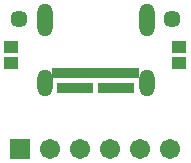
<source format=gbr>
%TF.GenerationSoftware,Altium Limited,Altium Designer,21.3.2 (30)*%
G04 Layer_Color=8388736*
%FSLAX44Y44*%
%MOMM*%
%TF.SameCoordinates,675AFF39-0D07-4396-8A84-043E8CC343DD*%
%TF.FilePolarity,Negative*%
%TF.FileFunction,Soldermask,Top*%
%TF.Part,Single*%
G01*
G75*
%TA.AperFunction,WasherPad*%
%ADD23C,1.4480*%
%TA.AperFunction,ComponentPad*%
%ADD24R,1.7032X1.7032*%
%ADD25C,1.7032*%
%ADD26O,1.3032X2.8032*%
%ADD27O,1.3032X2.3032*%
%TA.AperFunction,SMDPad,CuDef*%
%ADD30R,1.1532X1.0532*%
%TA.AperFunction,ConnectorPad*%
%ADD31R,0.5032X0.9032*%
%ADD32R,1.2032X0.9032*%
D23*
X65000Y10000D02*
D03*
X-65000D02*
D03*
D24*
X-63500Y-100000D02*
D03*
D25*
X-38100D02*
D03*
X-12700D02*
D03*
X12700D02*
D03*
X38100D02*
D03*
X63500D02*
D03*
D26*
X43600Y9040D02*
D03*
X-42800D02*
D03*
D27*
X43400Y-44460D02*
D03*
X-43000D02*
D03*
D30*
X71120Y-26820D02*
D03*
Y-13820D02*
D03*
X-71120Y-26820D02*
D03*
Y-13820D02*
D03*
D31*
X12700Y-35560D02*
D03*
X7700D02*
D03*
X-7300D02*
D03*
X-12300D02*
D03*
X-4800Y-48560D02*
D03*
X-29800D02*
D03*
X-24800D02*
D03*
X-19800D02*
D03*
X-14800D02*
D03*
X-9800D02*
D03*
X30200D02*
D03*
X5200D02*
D03*
X10200D02*
D03*
X15200D02*
D03*
X20200D02*
D03*
X25200D02*
D03*
X22700Y-35560D02*
D03*
X17700D02*
D03*
X2700D02*
D03*
X-2300D02*
D03*
X-17300D02*
D03*
X-22300D02*
D03*
D32*
X31200D02*
D03*
X-30800Y-35460D02*
D03*
%TF.MD5,7b0610c6084434b200e208f3b5141f43*%
M02*

</source>
